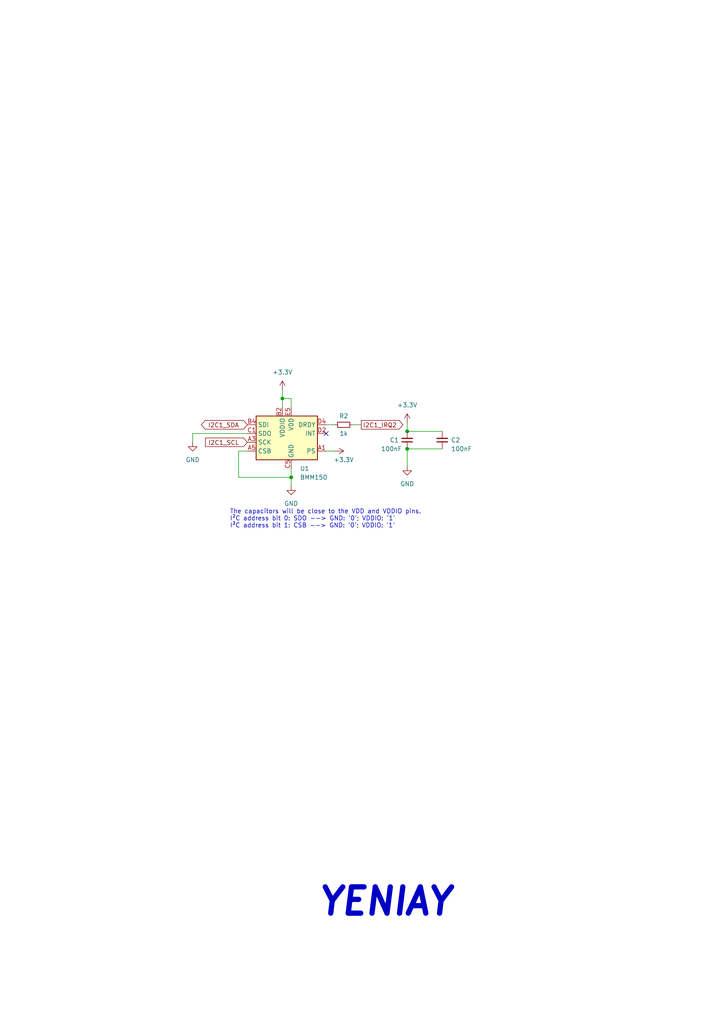
<source format=kicad_sch>
(kicad_sch (version 20231120) (generator "eeschema") (generator_version "8.0")
  (paper "A4" portrait)
  (title_block (title "BMM150 Schematic") (date "2024-11-19") (rev "Ozan E."))
  (lib_symbols
    (symbol "Device:C_Small" (pin_numbers hide) (pin_names (offset 0.254) hide)
      (property "Reference" "C" (at 0.254 1.778 0))
      (property "Value" "C_Small" (at 0.254 -2.032 0))
      (symbol "C_Small_0_1"
        (polyline (pts (xy -1.524 -0.508) (xy 1.524 -0.508)) (stroke (width 0.3302)))
        (polyline (pts (xy -1.524 0.508) (xy 1.524 0.508)) (stroke (width 0.3048)))
      )
      (symbol "C_Small_1_1"
        (pin passive line (at 0 2.54 270) (length 2.032) (name "~") (number "1"))
        (pin passive line (at 0 -2.54 90) (length 2.032) (name "~") (number "2"))
      )
    )
    (symbol "Device:R_Small" (pin_numbers hide) (pin_names (offset 0.254) hide)
      (property "Reference" "R" (at 0.762 0.508 0))
      (property "Value" "R_Small" (at 0.762 -1.016 0))
      (symbol "R_Small_0_1"
        (rectangle (start -0.762 1.778) (end 0.762 -1.778) (stroke (width 0.2032)))
      )
      (symbol "R_Small_1_1"
        (pin passive line (at 0 2.54 270) (length 0.762) (name "~") (number "1"))
        (pin passive line (at 0 -2.54 90) (length 0.762) (name "~") (number "2"))
      )
    )
    (symbol "Sensor_Magnetic:BMM150"
      (property "Reference" "U" (at -10.16 6.35 0))
      (property "Value" "BMM150" (at 7.62 6.35 0))
      (symbol "BMM150_0_1"
        (rectangle (start -10.16 5.08) (end 7.62 -7.62) (stroke (width 0.254)) (fill (type background)))
      )
      (symbol "BMM150_1_1"
        (pin input line (at 10.16 -5.08 180) (length 2.54) (name "PS") (number "A1"))
        (pin bidirectional line (at -12.7 -2.54 0) (length 2.54) (name "SCK") (number "A3"))
        (pin input line (at -12.7 -5.08 0) (length 2.54) (name "CSB") (number "A5"))
        (pin power_in line (at -2.54 7.62 270) (length 2.54) (name "VDDIO") (number "B2"))
        (pin bidirectional line (at -12.7 2.54 0) (length 2.54) (name "SDI") (number "B4"))
        (pin bidirectional line (at -12.7 0 0) (length 2.54) (name "SDO") (number "C1"))
        (pin power_in line (at 0 -10.16 90) (length 2.54) (name "GND") (number "C5"))
        (pin output line (at 10.16 0 180) (length 2.54) (name "INT") (number "D2"))
        (pin output line (at 10.16 2.54 180) (length 2.54) (name "DRDY") (number "D4"))
        (pin passive line (at 0 -10.16 90) (length 2.54) hide (name "GND") (number "E1"))
        (pin passive line (at 0 -10.16 90) (length 2.54) hide (name "GND") (number "E3"))
        (pin power_in line (at 0 7.62 270) (length 2.54) (name "VDD") (number "E5"))
      )
    )
    (symbol "power:+3.3V" (power) (pin_numbers hide) (pin_names (offset 0) hide)
      (property "Value" "+3.3V" (at 0 3.556 0))
      (symbol "+3.3V_0_1"
        (polyline (pts (xy -0.762 1.27) (xy 0 2.54)))
        (polyline (pts (xy 0 0) (xy 0 2.54)))
        (polyline (pts (xy 0 2.54) (xy 0.762 1.27)))
      )
      (symbol "+3.3V_1_1"
        (pin power_in line (at 0 0 90) (length 0) (name "~") (number "1"))
      )
    )
    (symbol "power:GND" (power) (pin_numbers hide) (pin_names (offset 0) hide)
      (property "Value" "GND" (at 0 -3.81 0))
      (symbol "GND_0_1"
        (polyline (pts (xy 0 0) (xy 0 -1.27) (xy 1.27 -1.27) (xy 0 -2.54) (xy -1.27 -1.27) (xy 0 -1.27)))
      )
      (symbol "GND_1_1"
        (pin power_in line (at 0 0 270) (length 0) (name "~") (number "1"))
      )
    )
  )
  (junction (at 84.455 138.43))
  (junction (at 81.915 115.57))
  (junction (at 118.11 125.095))
  (junction (at 118.11 130.175))
  (no_connect (at 94.615 125.73))
  (wire (pts (xy 69.215 130.81) (xy 71.755 130.81)))
  (wire (pts (xy 94.615 130.81) (xy 97.155 130.81)))
  (wire (pts (xy 81.915 113.03) (xy 81.915 115.57)))
  (wire (pts (xy 84.455 135.89) (xy 84.455 138.43)))
  (wire (pts (xy 55.88 125.73) (xy 55.88 128.27)))
  (wire (pts (xy 81.915 115.57) (xy 84.455 115.57)))
  (wire (pts (xy 97.155 123.19) (xy 94.615 123.19)))
  (wire (pts (xy 84.455 115.57) (xy 84.455 118.11)))
  (wire (pts (xy 118.11 130.175) (xy 128.27 130.175)))
  (wire (pts (xy 84.455 138.43) (xy 84.455 140.97)))
  (wire (pts (xy 69.215 138.43) (xy 84.455 138.43)))
  (wire (pts (xy 118.11 130.175) (xy 118.11 135.255)))
  (wire (pts (xy 81.915 115.57) (xy 81.915 118.11)))
  (wire (pts (xy 69.215 130.81) (xy 69.215 138.43)))
  (wire (pts (xy 102.235 123.19) (xy 104.775 123.19)))
  (wire (pts (xy 55.88 125.73) (xy 71.755 125.73)))
  (wire (pts (xy 118.11 122.555) (xy 118.11 125.095)))
  (wire (pts (xy 118.11 125.095) (xy 128.27 125.095)))
  (text "YENIAY" (at 111.76 261.62 0) (effects (font (size 7.62 7.62) (thickness 1.524) (bold yes) (italic yes))))
  (text "The capacitors will be close to the VDD and VDDIO pins.\nI²C address bit 0: SDO --> GND: '0'; VDDIO: '1'\nI²C address bit 1: CSB --> GND: '0'; VDDIO: '1'\n" (at 66.675 150.495 0) (effects (font (size 1.27 1.27)) (justify left)))
  (global_label "I2C1_IRQ2" (shape output) (at 104.775 123.19 0) (property "Intersheetrefs" "${INTERSHEET_REFS}" (effects (hide yes))))
  (global_label "I2C1_SCL " (shape input) (at 71.755 128.27 180) (property "Intersheetrefs" "${INTERSHEET_REFS}" (effects (hide yes))))
  (global_label "I2C1_SDA " (shape bidirectional) (at 71.755 123.19 180) (property "Intersheetrefs" "${INTERSHEET_REFS}" (effects (hide yes))))
  (symbol (lib_id "power:+3.3V") (at 118.11 122.555 0) (unit 1)
    (property "Reference" "#PWR04" (effects (hide yes)))
    (property "Value" "+3.3V" (at 118.11 117.475 0))
    (property "Description" "Power symbol creates a global label with name \"+3.3V\"" (effects (hide yes)))
  )
  (symbol (lib_id "power:GND") (at 55.88 128.27 0) (unit 1)
    (property "Reference" "#PWR06" (effects (hide yes)))
    (property "Value" "GND" (at 55.88 133.35 0))
    (property "Description" "Power symbol creates a global label with name \"GND\" , ground" (effects (hide yes)))
  )
  (symbol (lib_id "power:GND") (at 84.455 140.97 0) (unit 1)
    (property "Reference" "#PWR01" (effects (hide yes)))
    (property "Value" "GND" (at 84.455 146.05 0))
    (property "Description" "Power symbol creates a global label with name \"GND\" , ground" (effects (hide yes)))
  )
  (symbol (lib_id "power:+3.3V") (at 81.915 113.03 0) (unit 1)
    (property "Reference" "#PWR02" (effects (hide yes)))
    (property "Value" "+3.3V" (at 81.915 107.95 0))
    (property "Description" "Power symbol creates a global label with name \"+3.3V\"" (effects (hide yes)))
  )
  (symbol (lib_id "Device:C_Small") (at 118.11 127.635 180) (unit 1)
    (property "Reference" "C1" (at 113.03 127.635 0) (effects (justify right)))
    (property "Value" "100nF" (at 110.49 130.175 0) (effects (justify right)))
    (property "Description" "Unpolarized capacitor, small symbol" (effects (hide yes)))
  )
  (symbol (lib_id "power:GND") (at 118.11 135.255 0) (unit 1)
    (property "Reference" "#PWR03" (effects (hide yes)))
    (property "Value" "GND" (at 118.11 140.335 0))
    (property "Description" "Power symbol creates a global label with name \"GND\" , ground" (effects (hide yes)))
  )
  (symbol (lib_id "Device:R_Small") (at 99.695 123.19 90) (unit 1)
    (property "Reference" "R2" (at 99.695 120.65 90))
    (property "Value" "1k" (at 99.695 125.73 90))
    (property "Description" "Resistor, small symbol" (effects (hide yes)))
  )
  (symbol (lib_id "Sensor_Magnetic:BMM150") (at 84.455 125.73 0) (unit 1)
    (property "Reference" "U1" (at 86.995 135.89 0) (effects (justify left)))
    (property "Value" "BMM150" (at 86.995 138.43 0) (effects (justify left)))
    (property "Footprint" "Package_CSP:WLCSP-12_1.56x1.56mm_P0.4mm" (effects (hide yes)))
    (property "Datasheet" "https://www.mouser.com/datasheet/2/783/BST-BMM150-DS001-01-786480.pdf" (effects (hide yes)))
    (property "Description" "Geomagnetic Sensor, WLCSP-12" (effects (hide yes)))
  )
  (symbol (lib_id "Device:C_Small") (at 128.27 127.635 180) (unit 1)
    (property "Reference" "C2" (at 130.81 127.635 0) (effects (justify right)))
    (property "Value" "100nF" (at 130.81 130.175 0) (effects (justify right)))
    (property "Description" "Unpolarized capacitor, small symbol" (effects (hide yes)))
  )
  (symbol (lib_id "power:+3.3V") (at 97.155 130.81 270) (unit 1)
    (property "Reference" "#PWR05" (effects (hide yes)))
    (property "Value" "+3.3V" (at 99.695 133.35 90))
    (property "Description" "Power symbol creates a global label with name \"+3.3V\"" (effects (hide yes)))
  )
)
</source>
